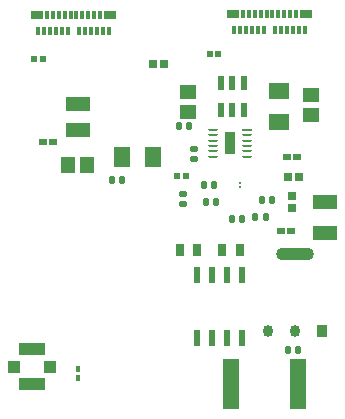
<source format=gbp>
G04*
G04 #@! TF.GenerationSoftware,Altium Limited,Altium Designer,22.11.1 (43)*
G04*
G04 Layer_Color=128*
%FSLAX25Y25*%
%MOIN*%
G70*
G04*
G04 #@! TF.SameCoordinates,40CF40E7-FDA6-4BEF-B87F-FA6DAB628F73*
G04*
G04*
G04 #@! TF.FilePolarity,Positive*
G04*
G01*
G75*
%ADD16R,0.02756X0.02559*%
G04:AMPARAMS|DCode=17|XSize=23.62mil|YSize=21.26mil|CornerRadius=5.63mil|HoleSize=0mil|Usage=FLASHONLY|Rotation=180.000|XOffset=0mil|YOffset=0mil|HoleType=Round|Shape=RoundedRectangle|*
%AMROUNDEDRECTD17*
21,1,0.02362,0.00999,0,0,180.0*
21,1,0.01235,0.02126,0,0,180.0*
1,1,0.01127,-0.00618,0.00500*
1,1,0.01127,0.00618,0.00500*
1,1,0.01127,0.00618,-0.00500*
1,1,0.01127,-0.00618,-0.00500*
%
%ADD17ROUNDEDRECTD17*%
%ADD21R,0.05315X0.16535*%
%ADD30R,0.02029X0.01860*%
G04:AMPARAMS|DCode=41|XSize=23.62mil|YSize=21.26mil|CornerRadius=5.63mil|HoleSize=0mil|Usage=FLASHONLY|Rotation=270.000|XOffset=0mil|YOffset=0mil|HoleType=Round|Shape=RoundedRectangle|*
%AMROUNDEDRECTD41*
21,1,0.02362,0.00999,0,0,270.0*
21,1,0.01235,0.02126,0,0,270.0*
1,1,0.01127,-0.00500,-0.00618*
1,1,0.01127,-0.00500,0.00618*
1,1,0.01127,0.00500,0.00618*
1,1,0.01127,0.00500,-0.00618*
%
%ADD41ROUNDEDRECTD41*%
%ADD88R,0.01822X0.02182*%
%ADD89R,0.03434X0.03954*%
G04:AMPARAMS|DCode=90|XSize=39.54mil|YSize=34.34mil|CornerRadius=17.17mil|HoleSize=0mil|Usage=FLASHONLY|Rotation=90.000|XOffset=0mil|YOffset=0mil|HoleType=Round|Shape=RoundedRectangle|*
%AMROUNDEDRECTD90*
21,1,0.03954,0.00000,0,0,90.0*
21,1,0.00520,0.03434,0,0,90.0*
1,1,0.03434,0.00000,0.00260*
1,1,0.03434,0.00000,-0.00260*
1,1,0.03434,0.00000,-0.00260*
1,1,0.03434,0.00000,0.00260*
%
%ADD90ROUNDEDRECTD90*%
G04:AMPARAMS|DCode=91|XSize=39.54mil|YSize=125.28mil|CornerRadius=17.2mil|HoleSize=0mil|Usage=FLASHONLY|Rotation=90.000|XOffset=0mil|YOffset=0mil|HoleType=Round|Shape=RoundedRectangle|*
%AMROUNDEDRECTD91*
21,1,0.03954,0.09088,0,0,90.0*
21,1,0.00514,0.12528,0,0,90.0*
1,1,0.03440,0.04544,0.00257*
1,1,0.03440,0.04544,-0.00257*
1,1,0.03440,-0.04544,-0.00257*
1,1,0.03440,-0.04544,0.00257*
%
%ADD91ROUNDEDRECTD91*%
%ADD92R,0.02165X0.01968*%
%ADD93R,0.03937X0.02756*%
%ADD94R,0.01181X0.02756*%
%ADD95R,0.02362X0.04724*%
%ADD96R,0.05733X0.04941*%
%ADD97R,0.05512X0.07087*%
G04:AMPARAMS|DCode=99|XSize=33.06mil|YSize=8.76mil|CornerRadius=4.38mil|HoleSize=0mil|Usage=FLASHONLY|Rotation=180.000|XOffset=0mil|YOffset=0mil|HoleType=Round|Shape=RoundedRectangle|*
%AMROUNDEDRECTD99*
21,1,0.03306,0.00000,0,0,180.0*
21,1,0.02430,0.00876,0,0,180.0*
1,1,0.00876,-0.01215,0.00000*
1,1,0.00876,0.01215,0.00000*
1,1,0.00876,0.01215,0.00000*
1,1,0.00876,-0.01215,0.00000*
%
%ADD99ROUNDEDRECTD99*%
%ADD100R,0.03306X0.00876*%
%ADD101R,0.02681X0.02410*%
%ADD102R,0.02559X0.02756*%
%ADD103R,0.03150X0.03937*%
%ADD104R,0.07087X0.05512*%
%ADD105R,0.02362X0.05512*%
%ADD106R,0.07898X0.04941*%
%ADD107R,0.08000X0.04500*%
%ADD108R,0.00886X0.00591*%
%ADD109R,0.02598X0.02441*%
%ADD110R,0.08661X0.04134*%
%ADD111R,0.04134X0.03937*%
%ADD112R,0.04941X0.05733*%
%ADD121R,0.03634X0.07178*%
D16*
X200056Y156160D02*
D03*
X196316D02*
D03*
X151282Y193701D02*
D03*
X155023D02*
D03*
D17*
X161220Y147093D02*
D03*
Y150478D02*
D03*
X165139Y165472D02*
D03*
Y162087D02*
D03*
D21*
X199606Y87008D02*
D03*
X177362D02*
D03*
D30*
X114482Y195318D02*
D03*
X111502D02*
D03*
X162430Y156282D02*
D03*
X159449D02*
D03*
D41*
X196339Y98425D02*
D03*
X199724D02*
D03*
X180966Y142028D02*
D03*
X177580D02*
D03*
X172283Y147798D02*
D03*
X168898D02*
D03*
X187717Y148293D02*
D03*
X191102D02*
D03*
X185471Y142843D02*
D03*
X188857D02*
D03*
X171673Y153248D02*
D03*
X168287D02*
D03*
X163209Y173091D02*
D03*
X159823D02*
D03*
X137652Y155144D02*
D03*
X141038D02*
D03*
D88*
X126223Y91946D02*
D03*
Y89156D02*
D03*
D89*
X207582Y104621D02*
D03*
D90*
X198566D02*
D03*
X189550D02*
D03*
D91*
X198566Y130565D02*
D03*
D92*
X173130Y197090D02*
D03*
X170177D02*
D03*
D93*
X202362Y210354D02*
D03*
X177953D02*
D03*
X137008Y209961D02*
D03*
X112598D02*
D03*
D94*
X181299Y210354D02*
D03*
X183268D02*
D03*
X185236D02*
D03*
X187205D02*
D03*
X189173D02*
D03*
X191142D02*
D03*
X193110D02*
D03*
X195079D02*
D03*
X197047D02*
D03*
X199016D02*
D03*
X201969Y205236D02*
D03*
X200000D02*
D03*
X198031D02*
D03*
X196063D02*
D03*
X194095D02*
D03*
X192126D02*
D03*
X188189D02*
D03*
X186221D02*
D03*
X184252D02*
D03*
X182283D02*
D03*
X180315D02*
D03*
X178347D02*
D03*
X115945Y209961D02*
D03*
X117913D02*
D03*
X119882D02*
D03*
X121850D02*
D03*
X123819D02*
D03*
X125787D02*
D03*
X127756D02*
D03*
X129724D02*
D03*
X131693D02*
D03*
X133661D02*
D03*
X136614Y204842D02*
D03*
X134646D02*
D03*
X132677D02*
D03*
X130709D02*
D03*
X128740D02*
D03*
X126772D02*
D03*
X122835D02*
D03*
X120866D02*
D03*
X118898D02*
D03*
X116929D02*
D03*
X114961D02*
D03*
X112992D02*
D03*
D95*
X181496Y187500D02*
D03*
X177756D02*
D03*
X174016D02*
D03*
Y178445D02*
D03*
X177756D02*
D03*
X181496D02*
D03*
D96*
X163061Y177901D02*
D03*
Y184403D02*
D03*
X204035Y183270D02*
D03*
Y176769D02*
D03*
D97*
X141142Y162700D02*
D03*
X151378D02*
D03*
D99*
X171396Y171735D02*
D03*
Y169964D02*
D03*
Y168192D02*
D03*
Y166420D02*
D03*
Y164649D02*
D03*
Y162877D02*
D03*
X182541D02*
D03*
Y164649D02*
D03*
Y166420D02*
D03*
Y168192D02*
D03*
Y169964D02*
D03*
D100*
Y171735D02*
D03*
D101*
X193935Y138189D02*
D03*
X197207D02*
D03*
X199293Y162598D02*
D03*
X196021D02*
D03*
D102*
X197736Y145866D02*
D03*
Y149606D02*
D03*
D103*
X180331Y131907D02*
D03*
X174425D02*
D03*
X160235D02*
D03*
X166141D02*
D03*
D104*
X193307Y184708D02*
D03*
Y174471D02*
D03*
D105*
X180843Y102461D02*
D03*
X175843D02*
D03*
X170843D02*
D03*
X165843D02*
D03*
Y123327D02*
D03*
X170843D02*
D03*
X175843D02*
D03*
X180843D02*
D03*
D106*
X126378Y180317D02*
D03*
Y171848D02*
D03*
D107*
X208542Y147868D02*
D03*
Y137368D02*
D03*
D108*
X180318Y152759D02*
D03*
Y154137D02*
D03*
D109*
X114518Y167844D02*
D03*
X117904D02*
D03*
D110*
X111122Y98721D02*
D03*
Y87106D02*
D03*
D111*
X105118Y92913D02*
D03*
X117126D02*
D03*
D112*
X129377Y159941D02*
D03*
X122876D02*
D03*
D121*
X176970Y167305D02*
D03*
M02*

</source>
